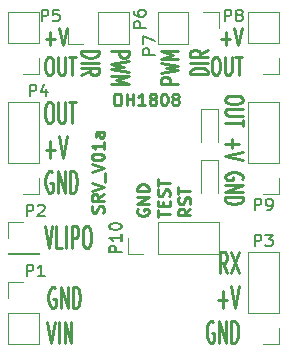
<source format=gbr>
G04 #@! TF.GenerationSoftware,KiCad,Pcbnew,(5.0.0)*
G04 #@! TF.CreationDate,2018-08-22T14:54:55+02:00*
G04 #@! TF.ProjectId,msp430_servo,6D73703433305F736572766F2E6B6963,rev?*
G04 #@! TF.SameCoordinates,Original*
G04 #@! TF.FileFunction,Legend,Top*
G04 #@! TF.FilePolarity,Positive*
%FSLAX46Y46*%
G04 Gerber Fmt 4.6, Leading zero omitted, Abs format (unit mm)*
G04 Created by KiCad (PCBNEW (5.0.0)) date 08/22/18 14:54:55*
%MOMM*%
%LPD*%
G01*
G04 APERTURE LIST*
%ADD10C,0.250000*%
%ADD11C,0.120000*%
%ADD12C,0.200000*%
%ADD13C,0.150000*%
G04 APERTURE END LIST*
D10*
X146454761Y-109600571D02*
X146502380Y-109457714D01*
X146502380Y-109219619D01*
X146454761Y-109124380D01*
X146407142Y-109076761D01*
X146311904Y-109029142D01*
X146216666Y-109029142D01*
X146121428Y-109076761D01*
X146073809Y-109124380D01*
X146026190Y-109219619D01*
X145978571Y-109410095D01*
X145930952Y-109505333D01*
X145883333Y-109552952D01*
X145788095Y-109600571D01*
X145692857Y-109600571D01*
X145597619Y-109552952D01*
X145550000Y-109505333D01*
X145502380Y-109410095D01*
X145502380Y-109172000D01*
X145550000Y-109029142D01*
X146502380Y-108029142D02*
X146026190Y-108362476D01*
X146502380Y-108600571D02*
X145502380Y-108600571D01*
X145502380Y-108219619D01*
X145550000Y-108124380D01*
X145597619Y-108076761D01*
X145692857Y-108029142D01*
X145835714Y-108029142D01*
X145930952Y-108076761D01*
X145978571Y-108124380D01*
X146026190Y-108219619D01*
X146026190Y-108600571D01*
X145502380Y-107743428D02*
X146502380Y-107410095D01*
X145502380Y-107076761D01*
X146597619Y-106981523D02*
X146597619Y-106219619D01*
X145502380Y-106124380D02*
X146502380Y-105791047D01*
X145502380Y-105457714D01*
X145502380Y-104933904D02*
X145502380Y-104838666D01*
X145550000Y-104743428D01*
X145597619Y-104695809D01*
X145692857Y-104648190D01*
X145883333Y-104600571D01*
X146121428Y-104600571D01*
X146311904Y-104648190D01*
X146407142Y-104695809D01*
X146454761Y-104743428D01*
X146502380Y-104838666D01*
X146502380Y-104933904D01*
X146454761Y-105029142D01*
X146407142Y-105076761D01*
X146311904Y-105124380D01*
X146121428Y-105172000D01*
X145883333Y-105172000D01*
X145692857Y-105124380D01*
X145597619Y-105076761D01*
X145550000Y-105029142D01*
X145502380Y-104933904D01*
X146502380Y-103648190D02*
X146502380Y-104219619D01*
X146502380Y-103933904D02*
X145502380Y-103933904D01*
X145645238Y-104029142D01*
X145740476Y-104124380D01*
X145788095Y-104219619D01*
X146502380Y-102791047D02*
X145978571Y-102791047D01*
X145883333Y-102838666D01*
X145835714Y-102933904D01*
X145835714Y-103124380D01*
X145883333Y-103219619D01*
X146454761Y-102791047D02*
X146502380Y-102886285D01*
X146502380Y-103124380D01*
X146454761Y-103219619D01*
X146359523Y-103267238D01*
X146264285Y-103267238D01*
X146169047Y-103219619D01*
X146121428Y-103124380D01*
X146121428Y-102886285D01*
X146073809Y-102791047D01*
X147590190Y-99528380D02*
X147780666Y-99528380D01*
X147875904Y-99576000D01*
X147971142Y-99671238D01*
X148018761Y-99861714D01*
X148018761Y-100195047D01*
X147971142Y-100385523D01*
X147875904Y-100480761D01*
X147780666Y-100528380D01*
X147590190Y-100528380D01*
X147494952Y-100480761D01*
X147399714Y-100385523D01*
X147352095Y-100195047D01*
X147352095Y-99861714D01*
X147399714Y-99671238D01*
X147494952Y-99576000D01*
X147590190Y-99528380D01*
X148447333Y-100528380D02*
X148447333Y-99528380D01*
X148447333Y-100004571D02*
X149018761Y-100004571D01*
X149018761Y-100528380D02*
X149018761Y-99528380D01*
X150018761Y-100528380D02*
X149447333Y-100528380D01*
X149733047Y-100528380D02*
X149733047Y-99528380D01*
X149637809Y-99671238D01*
X149542571Y-99766476D01*
X149447333Y-99814095D01*
X150590190Y-99956952D02*
X150494952Y-99909333D01*
X150447333Y-99861714D01*
X150399714Y-99766476D01*
X150399714Y-99718857D01*
X150447333Y-99623619D01*
X150494952Y-99576000D01*
X150590190Y-99528380D01*
X150780666Y-99528380D01*
X150875904Y-99576000D01*
X150923523Y-99623619D01*
X150971142Y-99718857D01*
X150971142Y-99766476D01*
X150923523Y-99861714D01*
X150875904Y-99909333D01*
X150780666Y-99956952D01*
X150590190Y-99956952D01*
X150494952Y-100004571D01*
X150447333Y-100052190D01*
X150399714Y-100147428D01*
X150399714Y-100337904D01*
X150447333Y-100433142D01*
X150494952Y-100480761D01*
X150590190Y-100528380D01*
X150780666Y-100528380D01*
X150875904Y-100480761D01*
X150923523Y-100433142D01*
X150971142Y-100337904D01*
X150971142Y-100147428D01*
X150923523Y-100052190D01*
X150875904Y-100004571D01*
X150780666Y-99956952D01*
X151590190Y-99528380D02*
X151685428Y-99528380D01*
X151780666Y-99576000D01*
X151828285Y-99623619D01*
X151875904Y-99718857D01*
X151923523Y-99909333D01*
X151923523Y-100147428D01*
X151875904Y-100337904D01*
X151828285Y-100433142D01*
X151780666Y-100480761D01*
X151685428Y-100528380D01*
X151590190Y-100528380D01*
X151494952Y-100480761D01*
X151447333Y-100433142D01*
X151399714Y-100337904D01*
X151352095Y-100147428D01*
X151352095Y-99909333D01*
X151399714Y-99718857D01*
X151447333Y-99623619D01*
X151494952Y-99576000D01*
X151590190Y-99528380D01*
X152494952Y-99956952D02*
X152399714Y-99909333D01*
X152352095Y-99861714D01*
X152304476Y-99766476D01*
X152304476Y-99718857D01*
X152352095Y-99623619D01*
X152399714Y-99576000D01*
X152494952Y-99528380D01*
X152685428Y-99528380D01*
X152780666Y-99576000D01*
X152828285Y-99623619D01*
X152875904Y-99718857D01*
X152875904Y-99766476D01*
X152828285Y-99861714D01*
X152780666Y-99909333D01*
X152685428Y-99956952D01*
X152494952Y-99956952D01*
X152399714Y-100004571D01*
X152352095Y-100052190D01*
X152304476Y-100147428D01*
X152304476Y-100337904D01*
X152352095Y-100433142D01*
X152399714Y-100480761D01*
X152494952Y-100528380D01*
X152685428Y-100528380D01*
X152780666Y-100480761D01*
X152828285Y-100433142D01*
X152875904Y-100337904D01*
X152875904Y-100147428D01*
X152828285Y-100052190D01*
X152780666Y-100004571D01*
X152685428Y-99956952D01*
X149388000Y-109311595D02*
X149340380Y-109406833D01*
X149340380Y-109549690D01*
X149388000Y-109692547D01*
X149483238Y-109787785D01*
X149578476Y-109835404D01*
X149768952Y-109883023D01*
X149911809Y-109883023D01*
X150102285Y-109835404D01*
X150197523Y-109787785D01*
X150292761Y-109692547D01*
X150340380Y-109549690D01*
X150340380Y-109454452D01*
X150292761Y-109311595D01*
X150245142Y-109263976D01*
X149911809Y-109263976D01*
X149911809Y-109454452D01*
X150340380Y-108835404D02*
X149340380Y-108835404D01*
X150340380Y-108263976D01*
X149340380Y-108263976D01*
X150340380Y-107787785D02*
X149340380Y-107787785D01*
X149340380Y-107549690D01*
X149388000Y-107406833D01*
X149483238Y-107311595D01*
X149578476Y-107263976D01*
X149768952Y-107216357D01*
X149911809Y-107216357D01*
X150102285Y-107263976D01*
X150197523Y-107311595D01*
X150292761Y-107406833D01*
X150340380Y-107549690D01*
X150340380Y-107787785D01*
X151090380Y-109978261D02*
X151090380Y-109406833D01*
X152090380Y-109692547D02*
X151090380Y-109692547D01*
X151566571Y-109073500D02*
X151566571Y-108740166D01*
X152090380Y-108597309D02*
X152090380Y-109073500D01*
X151090380Y-109073500D01*
X151090380Y-108597309D01*
X152042761Y-108216357D02*
X152090380Y-108073500D01*
X152090380Y-107835404D01*
X152042761Y-107740166D01*
X151995142Y-107692547D01*
X151899904Y-107644928D01*
X151804666Y-107644928D01*
X151709428Y-107692547D01*
X151661809Y-107740166D01*
X151614190Y-107835404D01*
X151566571Y-108025880D01*
X151518952Y-108121119D01*
X151471333Y-108168738D01*
X151376095Y-108216357D01*
X151280857Y-108216357D01*
X151185619Y-108168738D01*
X151138000Y-108121119D01*
X151090380Y-108025880D01*
X151090380Y-107787785D01*
X151138000Y-107644928D01*
X151090380Y-107359214D02*
X151090380Y-106787785D01*
X152090380Y-107073500D02*
X151090380Y-107073500D01*
X153840380Y-109263976D02*
X153364190Y-109597309D01*
X153840380Y-109835404D02*
X152840380Y-109835404D01*
X152840380Y-109454452D01*
X152888000Y-109359214D01*
X152935619Y-109311595D01*
X153030857Y-109263976D01*
X153173714Y-109263976D01*
X153268952Y-109311595D01*
X153316571Y-109359214D01*
X153364190Y-109454452D01*
X153364190Y-109835404D01*
X153792761Y-108883023D02*
X153840380Y-108740166D01*
X153840380Y-108502071D01*
X153792761Y-108406833D01*
X153745142Y-108359214D01*
X153649904Y-108311595D01*
X153554666Y-108311595D01*
X153459428Y-108359214D01*
X153411809Y-108406833D01*
X153364190Y-108502071D01*
X153316571Y-108692547D01*
X153268952Y-108787785D01*
X153221333Y-108835404D01*
X153126095Y-108883023D01*
X153030857Y-108883023D01*
X152935619Y-108835404D01*
X152888000Y-108787785D01*
X152840380Y-108692547D01*
X152840380Y-108454452D01*
X152888000Y-108311595D01*
X152840380Y-108025880D02*
X152840380Y-107454452D01*
X153840380Y-107740166D02*
X152840380Y-107740166D01*
X156936642Y-114704285D02*
X156603309Y-113847142D01*
X156365214Y-114704285D02*
X156365214Y-112904285D01*
X156746166Y-112904285D01*
X156841404Y-112990000D01*
X156889023Y-113075714D01*
X156936642Y-113247142D01*
X156936642Y-113504285D01*
X156889023Y-113675714D01*
X156841404Y-113761428D01*
X156746166Y-113847142D01*
X156365214Y-113847142D01*
X157269976Y-112904285D02*
X157936642Y-114704285D01*
X157936642Y-112904285D02*
X157269976Y-114704285D01*
X156222357Y-116968571D02*
X156984261Y-116968571D01*
X156603309Y-117654285D02*
X156603309Y-116282857D01*
X157317595Y-115854285D02*
X157650928Y-117654285D01*
X157984261Y-115854285D01*
X155793785Y-118890000D02*
X155698547Y-118804285D01*
X155555690Y-118804285D01*
X155412833Y-118890000D01*
X155317595Y-119061428D01*
X155269976Y-119232857D01*
X155222357Y-119575714D01*
X155222357Y-119832857D01*
X155269976Y-120175714D01*
X155317595Y-120347142D01*
X155412833Y-120518571D01*
X155555690Y-120604285D01*
X155650928Y-120604285D01*
X155793785Y-120518571D01*
X155841404Y-120432857D01*
X155841404Y-119832857D01*
X155650928Y-119832857D01*
X156269976Y-120604285D02*
X156269976Y-118804285D01*
X156841404Y-120604285D01*
X156841404Y-118804285D01*
X157317595Y-120604285D02*
X157317595Y-118804285D01*
X157555690Y-118804285D01*
X157698547Y-118890000D01*
X157793785Y-119061428D01*
X157841404Y-119232857D01*
X157889023Y-119575714D01*
X157889023Y-119832857D01*
X157841404Y-120175714D01*
X157793785Y-120347142D01*
X157698547Y-120518571D01*
X157555690Y-120604285D01*
X157317595Y-120604285D01*
X142402404Y-115989000D02*
X142307166Y-115903285D01*
X142164309Y-115903285D01*
X142021452Y-115989000D01*
X141926214Y-116160428D01*
X141878595Y-116331857D01*
X141830976Y-116674714D01*
X141830976Y-116931857D01*
X141878595Y-117274714D01*
X141926214Y-117446142D01*
X142021452Y-117617571D01*
X142164309Y-117703285D01*
X142259547Y-117703285D01*
X142402404Y-117617571D01*
X142450023Y-117531857D01*
X142450023Y-116931857D01*
X142259547Y-116931857D01*
X142878595Y-117703285D02*
X142878595Y-115903285D01*
X143450023Y-117703285D01*
X143450023Y-115903285D01*
X143926214Y-117703285D02*
X143926214Y-115903285D01*
X144164309Y-115903285D01*
X144307166Y-115989000D01*
X144402404Y-116160428D01*
X144450023Y-116331857D01*
X144497642Y-116674714D01*
X144497642Y-116931857D01*
X144450023Y-117274714D01*
X144402404Y-117446142D01*
X144307166Y-117617571D01*
X144164309Y-117703285D01*
X143926214Y-117703285D01*
X141735738Y-118853285D02*
X142069071Y-120653285D01*
X142402404Y-118853285D01*
X142735738Y-120653285D02*
X142735738Y-118853285D01*
X143211928Y-120653285D02*
X143211928Y-118853285D01*
X143783357Y-120653285D01*
X143783357Y-118853285D01*
X141510000Y-110774285D02*
X141843333Y-112574285D01*
X142176666Y-110774285D01*
X142986190Y-112574285D02*
X142510000Y-112574285D01*
X142510000Y-110774285D01*
X143319523Y-112574285D02*
X143319523Y-110774285D01*
X143795714Y-112574285D02*
X143795714Y-110774285D01*
X144176666Y-110774285D01*
X144271904Y-110860000D01*
X144319523Y-110945714D01*
X144367142Y-111117142D01*
X144367142Y-111374285D01*
X144319523Y-111545714D01*
X144271904Y-111631428D01*
X144176666Y-111717142D01*
X143795714Y-111717142D01*
X144986190Y-110774285D02*
X145176666Y-110774285D01*
X145271904Y-110860000D01*
X145367142Y-111031428D01*
X145414761Y-111374285D01*
X145414761Y-111974285D01*
X145367142Y-112317142D01*
X145271904Y-112488571D01*
X145176666Y-112574285D01*
X144986190Y-112574285D01*
X144890952Y-112488571D01*
X144795714Y-112317142D01*
X144748095Y-111974285D01*
X144748095Y-111374285D01*
X144795714Y-111031428D01*
X144890952Y-110860000D01*
X144986190Y-110774285D01*
X158301428Y-99962261D02*
X158301428Y-100152738D01*
X158230000Y-100247976D01*
X158087142Y-100343214D01*
X157801428Y-100390833D01*
X157301428Y-100390833D01*
X157015714Y-100343214D01*
X156872857Y-100247976D01*
X156801428Y-100152738D01*
X156801428Y-99962261D01*
X156872857Y-99867023D01*
X157015714Y-99771785D01*
X157301428Y-99724166D01*
X157801428Y-99724166D01*
X158087142Y-99771785D01*
X158230000Y-99867023D01*
X158301428Y-99962261D01*
X158301428Y-100819404D02*
X157087142Y-100819404D01*
X156944285Y-100867023D01*
X156872857Y-100914642D01*
X156801428Y-101009880D01*
X156801428Y-101200357D01*
X156872857Y-101295595D01*
X156944285Y-101343214D01*
X157087142Y-101390833D01*
X158301428Y-101390833D01*
X158301428Y-101724166D02*
X158301428Y-102295595D01*
X156801428Y-102009880D02*
X158301428Y-102009880D01*
X157372857Y-103390833D02*
X157372857Y-104152738D01*
X156801428Y-103771785D02*
X157944285Y-103771785D01*
X158301428Y-104486071D02*
X156801428Y-104819404D01*
X158301428Y-105152738D01*
X158230000Y-106771785D02*
X158301428Y-106676547D01*
X158301428Y-106533690D01*
X158230000Y-106390833D01*
X158087142Y-106295595D01*
X157944285Y-106247976D01*
X157658571Y-106200357D01*
X157444285Y-106200357D01*
X157158571Y-106247976D01*
X157015714Y-106295595D01*
X156872857Y-106390833D01*
X156801428Y-106533690D01*
X156801428Y-106628928D01*
X156872857Y-106771785D01*
X156944285Y-106819404D01*
X157444285Y-106819404D01*
X157444285Y-106628928D01*
X156801428Y-107247976D02*
X158301428Y-107247976D01*
X156801428Y-107819404D01*
X158301428Y-107819404D01*
X156801428Y-108295595D02*
X158301428Y-108295595D01*
X158301428Y-108533690D01*
X158230000Y-108676547D01*
X158087142Y-108771785D01*
X157944285Y-108819404D01*
X157658571Y-108867023D01*
X157444285Y-108867023D01*
X157158571Y-108819404D01*
X157015714Y-108771785D01*
X156872857Y-108676547D01*
X156801428Y-108533690D01*
X156801428Y-108295595D01*
X141815071Y-100204285D02*
X142005547Y-100204285D01*
X142100785Y-100290000D01*
X142196023Y-100461428D01*
X142243642Y-100804285D01*
X142243642Y-101404285D01*
X142196023Y-101747142D01*
X142100785Y-101918571D01*
X142005547Y-102004285D01*
X141815071Y-102004285D01*
X141719833Y-101918571D01*
X141624595Y-101747142D01*
X141576976Y-101404285D01*
X141576976Y-100804285D01*
X141624595Y-100461428D01*
X141719833Y-100290000D01*
X141815071Y-100204285D01*
X142672214Y-100204285D02*
X142672214Y-101661428D01*
X142719833Y-101832857D01*
X142767452Y-101918571D01*
X142862690Y-102004285D01*
X143053166Y-102004285D01*
X143148404Y-101918571D01*
X143196023Y-101832857D01*
X143243642Y-101661428D01*
X143243642Y-100204285D01*
X143576976Y-100204285D02*
X144148404Y-100204285D01*
X143862690Y-102004285D02*
X143862690Y-100204285D01*
X141624595Y-104268571D02*
X142386500Y-104268571D01*
X142005547Y-104954285D02*
X142005547Y-103582857D01*
X142719833Y-103154285D02*
X143053166Y-104954285D01*
X143386500Y-103154285D01*
X142148404Y-106190000D02*
X142053166Y-106104285D01*
X141910309Y-106104285D01*
X141767452Y-106190000D01*
X141672214Y-106361428D01*
X141624595Y-106532857D01*
X141576976Y-106875714D01*
X141576976Y-107132857D01*
X141624595Y-107475714D01*
X141672214Y-107647142D01*
X141767452Y-107818571D01*
X141910309Y-107904285D01*
X142005547Y-107904285D01*
X142148404Y-107818571D01*
X142196023Y-107732857D01*
X142196023Y-107132857D01*
X142005547Y-107132857D01*
X142624595Y-107904285D02*
X142624595Y-106104285D01*
X143196023Y-107904285D01*
X143196023Y-106104285D01*
X143672214Y-107904285D02*
X143672214Y-106104285D01*
X143910309Y-106104285D01*
X144053166Y-106190000D01*
X144148404Y-106361428D01*
X144196023Y-106532857D01*
X144243642Y-106875714D01*
X144243642Y-107132857D01*
X144196023Y-107475714D01*
X144148404Y-107647142D01*
X144053166Y-107818571D01*
X143910309Y-107904285D01*
X143672214Y-107904285D01*
X152844571Y-98714119D02*
X151344571Y-98714119D01*
X151344571Y-98333166D01*
X151416000Y-98237928D01*
X151487428Y-98190309D01*
X151630285Y-98142690D01*
X151844571Y-98142690D01*
X151987428Y-98190309D01*
X152058857Y-98237928D01*
X152130285Y-98333166D01*
X152130285Y-98714119D01*
X151344571Y-97809357D02*
X152844571Y-97571261D01*
X151773142Y-97380785D01*
X152844571Y-97190309D01*
X151344571Y-96952214D01*
X152844571Y-96571261D02*
X151344571Y-96571261D01*
X152416000Y-96237928D01*
X151344571Y-95904595D01*
X152844571Y-95904595D01*
X155344571Y-97904595D02*
X153844571Y-97904595D01*
X153844571Y-97666500D01*
X153916000Y-97523642D01*
X154058857Y-97428404D01*
X154201714Y-97380785D01*
X154487428Y-97333166D01*
X154701714Y-97333166D01*
X154987428Y-97380785D01*
X155130285Y-97428404D01*
X155273142Y-97523642D01*
X155344571Y-97666500D01*
X155344571Y-97904595D01*
X155344571Y-96904595D02*
X153844571Y-96904595D01*
X155344571Y-95856976D02*
X154630285Y-96190309D01*
X155344571Y-96428404D02*
X153844571Y-96428404D01*
X153844571Y-96047452D01*
X153916000Y-95952214D01*
X153987428Y-95904595D01*
X154130285Y-95856976D01*
X154344571Y-95856976D01*
X154487428Y-95904595D01*
X154558857Y-95952214D01*
X154630285Y-96047452D01*
X154630285Y-96428404D01*
X147129428Y-95904595D02*
X148629428Y-95904595D01*
X148629428Y-96285547D01*
X148558000Y-96380785D01*
X148486571Y-96428404D01*
X148343714Y-96476023D01*
X148129428Y-96476023D01*
X147986571Y-96428404D01*
X147915142Y-96380785D01*
X147843714Y-96285547D01*
X147843714Y-95904595D01*
X148629428Y-96809357D02*
X147129428Y-97047452D01*
X148200857Y-97237928D01*
X147129428Y-97428404D01*
X148629428Y-97666500D01*
X147129428Y-98047452D02*
X148629428Y-98047452D01*
X147558000Y-98380785D01*
X148629428Y-98714119D01*
X147129428Y-98714119D01*
X144629428Y-95904595D02*
X146129428Y-95904595D01*
X146129428Y-96142690D01*
X146058000Y-96285547D01*
X145915142Y-96380785D01*
X145772285Y-96428404D01*
X145486571Y-96476023D01*
X145272285Y-96476023D01*
X144986571Y-96428404D01*
X144843714Y-96380785D01*
X144700857Y-96285547D01*
X144629428Y-96142690D01*
X144629428Y-95904595D01*
X144629428Y-96904595D02*
X146129428Y-96904595D01*
X144629428Y-97952214D02*
X145343714Y-97618880D01*
X144629428Y-97380785D02*
X146129428Y-97380785D01*
X146129428Y-97761738D01*
X146058000Y-97856976D01*
X145986571Y-97904595D01*
X145843714Y-97952214D01*
X145629428Y-97952214D01*
X145486571Y-97904595D01*
X145415142Y-97856976D01*
X145343714Y-97761738D01*
X145343714Y-97380785D01*
X156476357Y-94869142D02*
X157238261Y-94869142D01*
X156857309Y-95440571D02*
X156857309Y-94297714D01*
X157571595Y-93940571D02*
X157904928Y-95440571D01*
X158238261Y-93940571D01*
X155904928Y-96440571D02*
X156095404Y-96440571D01*
X156190642Y-96512000D01*
X156285880Y-96654857D01*
X156333500Y-96940571D01*
X156333500Y-97440571D01*
X156285880Y-97726285D01*
X156190642Y-97869142D01*
X156095404Y-97940571D01*
X155904928Y-97940571D01*
X155809690Y-97869142D01*
X155714452Y-97726285D01*
X155666833Y-97440571D01*
X155666833Y-96940571D01*
X155714452Y-96654857D01*
X155809690Y-96512000D01*
X155904928Y-96440571D01*
X156762071Y-96440571D02*
X156762071Y-97654857D01*
X156809690Y-97797714D01*
X156857309Y-97869142D01*
X156952547Y-97940571D01*
X157143023Y-97940571D01*
X157238261Y-97869142D01*
X157285880Y-97797714D01*
X157333500Y-97654857D01*
X157333500Y-96440571D01*
X157666833Y-96440571D02*
X158238261Y-96440571D01*
X157952547Y-97940571D02*
X157952547Y-96440571D01*
X141624595Y-94869142D02*
X142386500Y-94869142D01*
X142005547Y-95440571D02*
X142005547Y-94297714D01*
X142719833Y-93940571D02*
X143053166Y-95440571D01*
X143386500Y-93940571D01*
X141815071Y-96440571D02*
X142005547Y-96440571D01*
X142100785Y-96512000D01*
X142196023Y-96654857D01*
X142243642Y-96940571D01*
X142243642Y-97440571D01*
X142196023Y-97726285D01*
X142100785Y-97869142D01*
X142005547Y-97940571D01*
X141815071Y-97940571D01*
X141719833Y-97869142D01*
X141624595Y-97726285D01*
X141576976Y-97440571D01*
X141576976Y-96940571D01*
X141624595Y-96654857D01*
X141719833Y-96512000D01*
X141815071Y-96440571D01*
X142672214Y-96440571D02*
X142672214Y-97654857D01*
X142719833Y-97797714D01*
X142767452Y-97869142D01*
X142862690Y-97940571D01*
X143053166Y-97940571D01*
X143148404Y-97869142D01*
X143196023Y-97797714D01*
X143243642Y-97654857D01*
X143243642Y-96440571D01*
X143576976Y-96440571D02*
X144148404Y-96440571D01*
X143862690Y-97940571D02*
X143862690Y-96440571D01*
D11*
G04 #@! TO.C,LED1*
X156148000Y-100816000D02*
X154748000Y-100816000D01*
X154748000Y-100816000D02*
X154748000Y-103616000D01*
X156148000Y-100816000D02*
X156148000Y-103616000D01*
G04 #@! TO.C,LED2*
X156148000Y-105134000D02*
X154748000Y-105134000D01*
X154748000Y-105134000D02*
X154748000Y-107934000D01*
X156148000Y-105134000D02*
X156148000Y-107934000D01*
G04 #@! TO.C,P1*
X138370000Y-120710000D02*
X141030000Y-120710000D01*
X138370000Y-118110000D02*
X138370000Y-120710000D01*
X141030000Y-118110000D02*
X141030000Y-120710000D01*
X138370000Y-118110000D02*
X141030000Y-118110000D01*
X138370000Y-116840000D02*
X138370000Y-115510000D01*
X138370000Y-115510000D02*
X139700000Y-115510000D01*
G04 #@! TO.C,P2*
X138370000Y-113090000D02*
X141030000Y-113090000D01*
X138370000Y-113030000D02*
X138370000Y-113090000D01*
X141030000Y-113030000D02*
X141030000Y-113090000D01*
X138370000Y-113030000D02*
X141030000Y-113030000D01*
X138370000Y-111760000D02*
X138370000Y-110430000D01*
X138370000Y-110430000D02*
X139700000Y-110430000D01*
G04 #@! TO.C,P3*
X161350000Y-112970000D02*
X158690000Y-112970000D01*
X161350000Y-118110000D02*
X161350000Y-112970000D01*
X158690000Y-118110000D02*
X158690000Y-112970000D01*
X161350000Y-118110000D02*
X158690000Y-118110000D01*
X161350000Y-119380000D02*
X161350000Y-120710000D01*
X161350000Y-120710000D02*
X160020000Y-120710000D01*
G04 #@! TO.C,P4*
X141030000Y-100270000D02*
X138370000Y-100270000D01*
X141030000Y-105410000D02*
X141030000Y-100270000D01*
X138370000Y-105410000D02*
X138370000Y-100270000D01*
X141030000Y-105410000D02*
X138370000Y-105410000D01*
X141030000Y-106680000D02*
X141030000Y-108010000D01*
X141030000Y-108010000D02*
X139700000Y-108010000D01*
G04 #@! TO.C,P5*
X141030000Y-92650000D02*
X138370000Y-92650000D01*
X141030000Y-95250000D02*
X141030000Y-92650000D01*
X138370000Y-95250000D02*
X138370000Y-92650000D01*
X141030000Y-95250000D02*
X138370000Y-95250000D01*
X141030000Y-96520000D02*
X141030000Y-97850000D01*
X141030000Y-97850000D02*
X139700000Y-97850000D01*
G04 #@! TO.C,P6*
X148650000Y-95310000D02*
X148650000Y-92650000D01*
X146050000Y-95310000D02*
X148650000Y-95310000D01*
X146050000Y-92650000D02*
X148650000Y-92650000D01*
X146050000Y-95310000D02*
X146050000Y-92650000D01*
X144780000Y-95310000D02*
X143450000Y-95310000D01*
X143450000Y-95310000D02*
X143450000Y-93980000D01*
G04 #@! TO.C,P7*
X151070000Y-92650000D02*
X151070000Y-95310000D01*
X153670000Y-92650000D02*
X151070000Y-92650000D01*
X153670000Y-95310000D02*
X151070000Y-95310000D01*
X153670000Y-92650000D02*
X153670000Y-95310000D01*
X154940000Y-92650000D02*
X156270000Y-92650000D01*
X156270000Y-92650000D02*
X156270000Y-93980000D01*
G04 #@! TO.C,P8*
X161350000Y-92650000D02*
X158690000Y-92650000D01*
X161350000Y-95250000D02*
X161350000Y-92650000D01*
X158690000Y-95250000D02*
X158690000Y-92650000D01*
X161350000Y-95250000D02*
X158690000Y-95250000D01*
X161350000Y-96520000D02*
X161350000Y-97850000D01*
X161350000Y-97850000D02*
X160020000Y-97850000D01*
G04 #@! TO.C,P9*
X161350000Y-100270000D02*
X158690000Y-100270000D01*
X161350000Y-105410000D02*
X161350000Y-100270000D01*
X158690000Y-105410000D02*
X158690000Y-100270000D01*
X161350000Y-105410000D02*
X158690000Y-105410000D01*
X161350000Y-106680000D02*
X161350000Y-108010000D01*
X161350000Y-108010000D02*
X160020000Y-108010000D01*
G04 #@! TO.C,P10*
X156270000Y-113090000D02*
X156270000Y-110430000D01*
X151130000Y-113090000D02*
X156270000Y-113090000D01*
X151130000Y-110430000D02*
X156270000Y-110430000D01*
X151130000Y-113090000D02*
X151130000Y-110430000D01*
X149860000Y-113090000D02*
X148530000Y-113090000D01*
X148530000Y-113090000D02*
X148530000Y-111760000D01*
G04 #@! TO.C,P1*
D12*
X139977904Y-115006380D02*
X139977904Y-114006380D01*
X140358857Y-114006380D01*
X140454095Y-114054000D01*
X140501714Y-114101619D01*
X140549333Y-114196857D01*
X140549333Y-114339714D01*
X140501714Y-114434952D01*
X140454095Y-114482571D01*
X140358857Y-114530190D01*
X139977904Y-114530190D01*
X141501714Y-115006380D02*
X140930285Y-115006380D01*
X141216000Y-115006380D02*
X141216000Y-114006380D01*
X141120761Y-114149238D01*
X141025523Y-114244476D01*
X140930285Y-114292095D01*
G04 #@! TO.C,P2*
X139977904Y-109926380D02*
X139977904Y-108926380D01*
X140358857Y-108926380D01*
X140454095Y-108974000D01*
X140501714Y-109021619D01*
X140549333Y-109116857D01*
X140549333Y-109259714D01*
X140501714Y-109354952D01*
X140454095Y-109402571D01*
X140358857Y-109450190D01*
X139977904Y-109450190D01*
X140930285Y-109021619D02*
X140977904Y-108974000D01*
X141073142Y-108926380D01*
X141311238Y-108926380D01*
X141406476Y-108974000D01*
X141454095Y-109021619D01*
X141501714Y-109116857D01*
X141501714Y-109212095D01*
X141454095Y-109354952D01*
X140882666Y-109926380D01*
X141501714Y-109926380D01*
G04 #@! TO.C,P3*
X159281904Y-112466380D02*
X159281904Y-111466380D01*
X159662857Y-111466380D01*
X159758095Y-111514000D01*
X159805714Y-111561619D01*
X159853333Y-111656857D01*
X159853333Y-111799714D01*
X159805714Y-111894952D01*
X159758095Y-111942571D01*
X159662857Y-111990190D01*
X159281904Y-111990190D01*
X160186666Y-111466380D02*
X160805714Y-111466380D01*
X160472380Y-111847333D01*
X160615238Y-111847333D01*
X160710476Y-111894952D01*
X160758095Y-111942571D01*
X160805714Y-112037809D01*
X160805714Y-112275904D01*
X160758095Y-112371142D01*
X160710476Y-112418761D01*
X160615238Y-112466380D01*
X160329523Y-112466380D01*
X160234285Y-112418761D01*
X160186666Y-112371142D01*
G04 #@! TO.C,P4*
X140231904Y-99766380D02*
X140231904Y-98766380D01*
X140612857Y-98766380D01*
X140708095Y-98814000D01*
X140755714Y-98861619D01*
X140803333Y-98956857D01*
X140803333Y-99099714D01*
X140755714Y-99194952D01*
X140708095Y-99242571D01*
X140612857Y-99290190D01*
X140231904Y-99290190D01*
X141660476Y-99099714D02*
X141660476Y-99766380D01*
X141422380Y-98718761D02*
X141184285Y-99433047D01*
X141803333Y-99433047D01*
G04 #@! TO.C,P5*
X141247904Y-93416380D02*
X141247904Y-92416380D01*
X141628857Y-92416380D01*
X141724095Y-92464000D01*
X141771714Y-92511619D01*
X141819333Y-92606857D01*
X141819333Y-92749714D01*
X141771714Y-92844952D01*
X141724095Y-92892571D01*
X141628857Y-92940190D01*
X141247904Y-92940190D01*
X142724095Y-92416380D02*
X142247904Y-92416380D01*
X142200285Y-92892571D01*
X142247904Y-92844952D01*
X142343142Y-92797333D01*
X142581238Y-92797333D01*
X142676476Y-92844952D01*
X142724095Y-92892571D01*
X142771714Y-92987809D01*
X142771714Y-93225904D01*
X142724095Y-93321142D01*
X142676476Y-93368761D01*
X142581238Y-93416380D01*
X142343142Y-93416380D01*
X142247904Y-93368761D01*
X142200285Y-93321142D01*
G04 #@! TO.C,P6*
X150058380Y-93956095D02*
X149058380Y-93956095D01*
X149058380Y-93575142D01*
X149106000Y-93479904D01*
X149153619Y-93432285D01*
X149248857Y-93384666D01*
X149391714Y-93384666D01*
X149486952Y-93432285D01*
X149534571Y-93479904D01*
X149582190Y-93575142D01*
X149582190Y-93956095D01*
X149058380Y-92527523D02*
X149058380Y-92718000D01*
X149106000Y-92813238D01*
X149153619Y-92860857D01*
X149296476Y-92956095D01*
X149486952Y-93003714D01*
X149867904Y-93003714D01*
X149963142Y-92956095D01*
X150010761Y-92908476D01*
X150058380Y-92813238D01*
X150058380Y-92622761D01*
X150010761Y-92527523D01*
X149963142Y-92479904D01*
X149867904Y-92432285D01*
X149629809Y-92432285D01*
X149534571Y-92479904D01*
X149486952Y-92527523D01*
X149439333Y-92622761D01*
X149439333Y-92813238D01*
X149486952Y-92908476D01*
X149534571Y-92956095D01*
X149629809Y-93003714D01*
G04 #@! TO.C,P7*
X150820380Y-96242095D02*
X149820380Y-96242095D01*
X149820380Y-95861142D01*
X149868000Y-95765904D01*
X149915619Y-95718285D01*
X150010857Y-95670666D01*
X150153714Y-95670666D01*
X150248952Y-95718285D01*
X150296571Y-95765904D01*
X150344190Y-95861142D01*
X150344190Y-96242095D01*
X149820380Y-95337333D02*
X149820380Y-94670666D01*
X150820380Y-95099238D01*
G04 #@! TO.C,P8*
X156741904Y-93416380D02*
X156741904Y-92416380D01*
X157122857Y-92416380D01*
X157218095Y-92464000D01*
X157265714Y-92511619D01*
X157313333Y-92606857D01*
X157313333Y-92749714D01*
X157265714Y-92844952D01*
X157218095Y-92892571D01*
X157122857Y-92940190D01*
X156741904Y-92940190D01*
X157884761Y-92844952D02*
X157789523Y-92797333D01*
X157741904Y-92749714D01*
X157694285Y-92654476D01*
X157694285Y-92606857D01*
X157741904Y-92511619D01*
X157789523Y-92464000D01*
X157884761Y-92416380D01*
X158075238Y-92416380D01*
X158170476Y-92464000D01*
X158218095Y-92511619D01*
X158265714Y-92606857D01*
X158265714Y-92654476D01*
X158218095Y-92749714D01*
X158170476Y-92797333D01*
X158075238Y-92844952D01*
X157884761Y-92844952D01*
X157789523Y-92892571D01*
X157741904Y-92940190D01*
X157694285Y-93035428D01*
X157694285Y-93225904D01*
X157741904Y-93321142D01*
X157789523Y-93368761D01*
X157884761Y-93416380D01*
X158075238Y-93416380D01*
X158170476Y-93368761D01*
X158218095Y-93321142D01*
X158265714Y-93225904D01*
X158265714Y-93035428D01*
X158218095Y-92940190D01*
X158170476Y-92892571D01*
X158075238Y-92844952D01*
G04 #@! TO.C,P9*
X159281904Y-109418380D02*
X159281904Y-108418380D01*
X159662857Y-108418380D01*
X159758095Y-108466000D01*
X159805714Y-108513619D01*
X159853333Y-108608857D01*
X159853333Y-108751714D01*
X159805714Y-108846952D01*
X159758095Y-108894571D01*
X159662857Y-108942190D01*
X159281904Y-108942190D01*
X160329523Y-109418380D02*
X160520000Y-109418380D01*
X160615238Y-109370761D01*
X160662857Y-109323142D01*
X160758095Y-109180285D01*
X160805714Y-108989809D01*
X160805714Y-108608857D01*
X160758095Y-108513619D01*
X160710476Y-108466000D01*
X160615238Y-108418380D01*
X160424761Y-108418380D01*
X160329523Y-108466000D01*
X160281904Y-108513619D01*
X160234285Y-108608857D01*
X160234285Y-108846952D01*
X160281904Y-108942190D01*
X160329523Y-108989809D01*
X160424761Y-109037428D01*
X160615238Y-109037428D01*
X160710476Y-108989809D01*
X160758095Y-108942190D01*
X160805714Y-108846952D01*
G04 #@! TO.C,P10*
D13*
X147982380Y-112974285D02*
X146982380Y-112974285D01*
X146982380Y-112593333D01*
X147030000Y-112498095D01*
X147077619Y-112450476D01*
X147172857Y-112402857D01*
X147315714Y-112402857D01*
X147410952Y-112450476D01*
X147458571Y-112498095D01*
X147506190Y-112593333D01*
X147506190Y-112974285D01*
X147982380Y-111450476D02*
X147982380Y-112021904D01*
X147982380Y-111736190D02*
X146982380Y-111736190D01*
X147125238Y-111831428D01*
X147220476Y-111926666D01*
X147268095Y-112021904D01*
X146982380Y-110831428D02*
X146982380Y-110736190D01*
X147030000Y-110640952D01*
X147077619Y-110593333D01*
X147172857Y-110545714D01*
X147363333Y-110498095D01*
X147601428Y-110498095D01*
X147791904Y-110545714D01*
X147887142Y-110593333D01*
X147934761Y-110640952D01*
X147982380Y-110736190D01*
X147982380Y-110831428D01*
X147934761Y-110926666D01*
X147887142Y-110974285D01*
X147791904Y-111021904D01*
X147601428Y-111069523D01*
X147363333Y-111069523D01*
X147172857Y-111021904D01*
X147077619Y-110974285D01*
X147030000Y-110926666D01*
X146982380Y-110831428D01*
D12*
X148026380Y-112974285D02*
X147026380Y-112974285D01*
X147026380Y-112593333D01*
X147074000Y-112498095D01*
X147121619Y-112450476D01*
X147216857Y-112402857D01*
X147359714Y-112402857D01*
X147454952Y-112450476D01*
X147502571Y-112498095D01*
X147550190Y-112593333D01*
X147550190Y-112974285D01*
X148026380Y-111450476D02*
X148026380Y-112021904D01*
X148026380Y-111736190D02*
X147026380Y-111736190D01*
X147169238Y-111831428D01*
X147264476Y-111926666D01*
X147312095Y-112021904D01*
X147026380Y-110831428D02*
X147026380Y-110736190D01*
X147074000Y-110640952D01*
X147121619Y-110593333D01*
X147216857Y-110545714D01*
X147407333Y-110498095D01*
X147645428Y-110498095D01*
X147835904Y-110545714D01*
X147931142Y-110593333D01*
X147978761Y-110640952D01*
X148026380Y-110736190D01*
X148026380Y-110831428D01*
X147978761Y-110926666D01*
X147931142Y-110974285D01*
X147835904Y-111021904D01*
X147645428Y-111069523D01*
X147407333Y-111069523D01*
X147216857Y-111021904D01*
X147121619Y-110974285D01*
X147074000Y-110926666D01*
X147026380Y-110831428D01*
G04 #@! TD*
M02*

</source>
